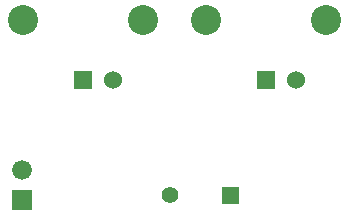
<source format=gbr>
G04 start of page 7 for group 5 idx 5 *
G04 Title: (unknown), bottom *
G04 Creator: pcb 1.99z *
G04 CreationDate: Tue 21 Jul 2015 11:24:29 AM GMT UTC *
G04 For: david *
G04 Format: Gerber/RS-274X *
G04 PCB-Dimensions (mm): 31.75 26.42 *
G04 PCB-Coordinate-Origin: lower left *
%MOMM*%
%FSLAX43Y43*%
%LNBOTTOM*%
%ADD68C,0.965*%
%ADD67C,2.057*%
%ADD66C,0.889*%
%ADD65C,0.762*%
%ADD64C,1.397*%
%ADD63C,1.676*%
%ADD62C,2.540*%
%ADD61C,1.524*%
%ADD60C,0.002*%
G54D60*G36*
X19748Y4254D02*Y2858D01*
X21146D01*
Y4254D01*
X19748D01*
G37*
G36*
X7239Y14097D02*Y12573D01*
X8763D01*
Y14097D01*
X7239D01*
G37*
G54D61*X10541Y13335D03*
G54D62*X13081Y18415D03*
X18415D03*
G54D60*G36*
X1956Y4013D02*Y2337D01*
X3632D01*
Y4013D01*
X1956D01*
G37*
G54D63*X2794Y5715D03*
G54D64*X15367Y3556D03*
G54D62*X2921Y18415D03*
G54D60*G36*
X22733Y14097D02*Y12573D01*
X24257D01*
Y14097D01*
X22733D01*
G37*
G54D61*X26035Y13335D03*
G54D62*X28575Y18415D03*
G54D65*G54D66*G54D67*G54D68*G54D65*G54D67*G54D66*G54D67*M02*

</source>
